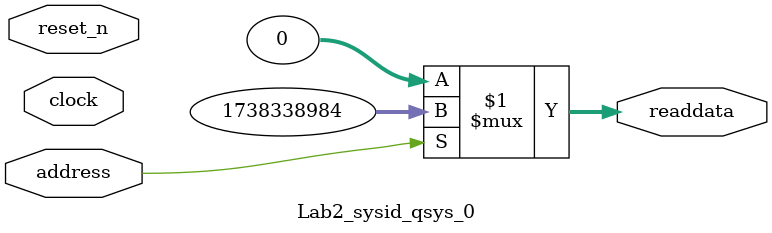
<source format=v>



// synthesis translate_off
`timescale 1ns / 1ps
// synthesis translate_on

// turn off superfluous verilog processor warnings 
// altera message_level Level1 
// altera message_off 10034 10035 10036 10037 10230 10240 10030 

module Lab2_sysid_qsys_0 (
               // inputs:
                address,
                clock,
                reset_n,

               // outputs:
                readdata
             )
;

  output  [ 31: 0] readdata;
  input            address;
  input            clock;
  input            reset_n;

  wire    [ 31: 0] readdata;
  //control_slave, which is an e_avalon_slave
  assign readdata = address ? 1738338984 : 0;

endmodule



</source>
